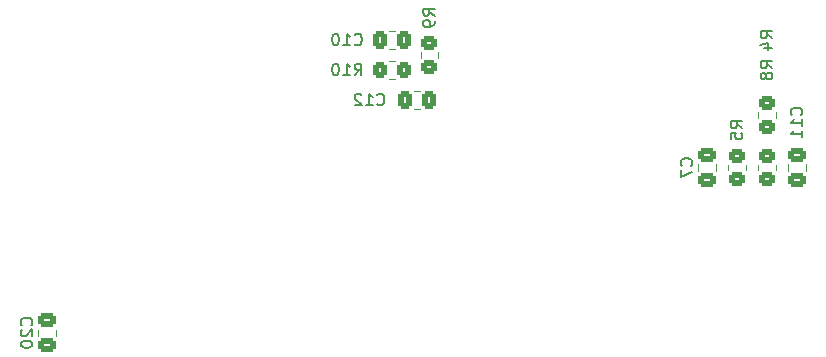
<source format=gbo>
G04 #@! TF.GenerationSoftware,KiCad,Pcbnew,(6.0.1)*
G04 #@! TF.CreationDate,2022-02-04T01:53:46-05:00*
G04 #@! TF.ProjectId,klxecu,6b6c7865-6375-42e6-9b69-6361645f7063,rev?*
G04 #@! TF.SameCoordinates,Original*
G04 #@! TF.FileFunction,Legend,Bot*
G04 #@! TF.FilePolarity,Positive*
%FSLAX46Y46*%
G04 Gerber Fmt 4.6, Leading zero omitted, Abs format (unit mm)*
G04 Created by KiCad (PCBNEW (6.0.1)) date 2022-02-04 01:53:46*
%MOMM*%
%LPD*%
G01*
G04 APERTURE LIST*
G04 Aperture macros list*
%AMRoundRect*
0 Rectangle with rounded corners*
0 $1 Rounding radius*
0 $2 $3 $4 $5 $6 $7 $8 $9 X,Y pos of 4 corners*
0 Add a 4 corners polygon primitive as box body*
4,1,4,$2,$3,$4,$5,$6,$7,$8,$9,$2,$3,0*
0 Add four circle primitives for the rounded corners*
1,1,$1+$1,$2,$3*
1,1,$1+$1,$4,$5*
1,1,$1+$1,$6,$7*
1,1,$1+$1,$8,$9*
0 Add four rect primitives between the rounded corners*
20,1,$1+$1,$2,$3,$4,$5,0*
20,1,$1+$1,$4,$5,$6,$7,0*
20,1,$1+$1,$6,$7,$8,$9,0*
20,1,$1+$1,$8,$9,$2,$3,0*%
G04 Aperture macros list end*
%ADD10C,0.150000*%
%ADD11C,0.120000*%
%ADD12C,4.400000*%
%ADD13C,8.600000*%
%ADD14C,1.700000*%
%ADD15C,3.800000*%
%ADD16O,1.600000X1.600000*%
%ADD17R,1.600000X1.600000*%
%ADD18C,1.524000*%
%ADD19C,1.800000*%
%ADD20RoundRect,0.250000X-0.350000X-0.450000X0.350000X-0.450000X0.350000X0.450000X-0.350000X0.450000X0*%
%ADD21RoundRect,0.250000X0.450000X-0.350000X0.450000X0.350000X-0.450000X0.350000X-0.450000X-0.350000X0*%
%ADD22RoundRect,0.250000X-0.450000X0.350000X-0.450000X-0.350000X0.450000X-0.350000X0.450000X0.350000X0*%
%ADD23O,2.000000X1.905000*%
%ADD24R,2.000000X1.905000*%
%ADD25O,1.700000X1.700000*%
%ADD26R,1.700000X1.700000*%
%ADD27O,2.200000X2.200000*%
%ADD28R,2.200000X2.200000*%
%ADD29C,1.600000*%
%ADD30RoundRect,0.250000X-0.475000X0.337500X-0.475000X-0.337500X0.475000X-0.337500X0.475000X0.337500X0*%
%ADD31RoundRect,0.250000X-0.337500X-0.475000X0.337500X-0.475000X0.337500X0.475000X-0.337500X0.475000X0*%
G04 APERTURE END LIST*
D10*
X72397857Y-81097380D02*
X72731190Y-80621190D01*
X72969285Y-81097380D02*
X72969285Y-80097380D01*
X72588333Y-80097380D01*
X72493095Y-80145000D01*
X72445476Y-80192619D01*
X72397857Y-80287857D01*
X72397857Y-80430714D01*
X72445476Y-80525952D01*
X72493095Y-80573571D01*
X72588333Y-80621190D01*
X72969285Y-80621190D01*
X71445476Y-81097380D02*
X72016904Y-81097380D01*
X71731190Y-81097380D02*
X71731190Y-80097380D01*
X71826428Y-80240238D01*
X71921666Y-80335476D01*
X72016904Y-80383095D01*
X70826428Y-80097380D02*
X70731190Y-80097380D01*
X70635952Y-80145000D01*
X70588333Y-80192619D01*
X70540714Y-80287857D01*
X70493095Y-80478333D01*
X70493095Y-80716428D01*
X70540714Y-80906904D01*
X70588333Y-81002142D01*
X70635952Y-81049761D01*
X70731190Y-81097380D01*
X70826428Y-81097380D01*
X70921666Y-81049761D01*
X70969285Y-81002142D01*
X71016904Y-80906904D01*
X71064523Y-80716428D01*
X71064523Y-80478333D01*
X71016904Y-80287857D01*
X70969285Y-80192619D01*
X70921666Y-80145000D01*
X70826428Y-80097380D01*
X79192380Y-76033333D02*
X78716190Y-75700000D01*
X79192380Y-75461904D02*
X78192380Y-75461904D01*
X78192380Y-75842857D01*
X78240000Y-75938095D01*
X78287619Y-75985714D01*
X78382857Y-76033333D01*
X78525714Y-76033333D01*
X78620952Y-75985714D01*
X78668571Y-75938095D01*
X78716190Y-75842857D01*
X78716190Y-75461904D01*
X79192380Y-76509523D02*
X79192380Y-76700000D01*
X79144761Y-76795238D01*
X79097142Y-76842857D01*
X78954285Y-76938095D01*
X78763809Y-76985714D01*
X78382857Y-76985714D01*
X78287619Y-76938095D01*
X78240000Y-76890476D01*
X78192380Y-76795238D01*
X78192380Y-76604761D01*
X78240000Y-76509523D01*
X78287619Y-76461904D01*
X78382857Y-76414285D01*
X78620952Y-76414285D01*
X78716190Y-76461904D01*
X78763809Y-76509523D01*
X78811428Y-76604761D01*
X78811428Y-76795238D01*
X78763809Y-76890476D01*
X78716190Y-76938095D01*
X78620952Y-76985714D01*
X107767380Y-80478333D02*
X107291190Y-80145000D01*
X107767380Y-79906904D02*
X106767380Y-79906904D01*
X106767380Y-80287857D01*
X106815000Y-80383095D01*
X106862619Y-80430714D01*
X106957857Y-80478333D01*
X107100714Y-80478333D01*
X107195952Y-80430714D01*
X107243571Y-80383095D01*
X107291190Y-80287857D01*
X107291190Y-79906904D01*
X107195952Y-81049761D02*
X107148333Y-80954523D01*
X107100714Y-80906904D01*
X107005476Y-80859285D01*
X106957857Y-80859285D01*
X106862619Y-80906904D01*
X106815000Y-80954523D01*
X106767380Y-81049761D01*
X106767380Y-81240238D01*
X106815000Y-81335476D01*
X106862619Y-81383095D01*
X106957857Y-81430714D01*
X107005476Y-81430714D01*
X107100714Y-81383095D01*
X107148333Y-81335476D01*
X107195952Y-81240238D01*
X107195952Y-81049761D01*
X107243571Y-80954523D01*
X107291190Y-80906904D01*
X107386428Y-80859285D01*
X107576904Y-80859285D01*
X107672142Y-80906904D01*
X107719761Y-80954523D01*
X107767380Y-81049761D01*
X107767380Y-81240238D01*
X107719761Y-81335476D01*
X107672142Y-81383095D01*
X107576904Y-81430714D01*
X107386428Y-81430714D01*
X107291190Y-81383095D01*
X107243571Y-81335476D01*
X107195952Y-81240238D01*
X105227380Y-85558333D02*
X104751190Y-85225000D01*
X105227380Y-84986904D02*
X104227380Y-84986904D01*
X104227380Y-85367857D01*
X104275000Y-85463095D01*
X104322619Y-85510714D01*
X104417857Y-85558333D01*
X104560714Y-85558333D01*
X104655952Y-85510714D01*
X104703571Y-85463095D01*
X104751190Y-85367857D01*
X104751190Y-84986904D01*
X104227380Y-86463095D02*
X104227380Y-85986904D01*
X104703571Y-85939285D01*
X104655952Y-85986904D01*
X104608333Y-86082142D01*
X104608333Y-86320238D01*
X104655952Y-86415476D01*
X104703571Y-86463095D01*
X104798809Y-86510714D01*
X105036904Y-86510714D01*
X105132142Y-86463095D01*
X105179761Y-86415476D01*
X105227380Y-86320238D01*
X105227380Y-86082142D01*
X105179761Y-85986904D01*
X105132142Y-85939285D01*
X107767380Y-77938333D02*
X107291190Y-77605000D01*
X107767380Y-77366904D02*
X106767380Y-77366904D01*
X106767380Y-77747857D01*
X106815000Y-77843095D01*
X106862619Y-77890714D01*
X106957857Y-77938333D01*
X107100714Y-77938333D01*
X107195952Y-77890714D01*
X107243571Y-77843095D01*
X107291190Y-77747857D01*
X107291190Y-77366904D01*
X107100714Y-78795476D02*
X107767380Y-78795476D01*
X106719761Y-78557380D02*
X107434047Y-78319285D01*
X107434047Y-78938333D01*
X45022142Y-102237142D02*
X45069761Y-102189523D01*
X45117380Y-102046666D01*
X45117380Y-101951428D01*
X45069761Y-101808571D01*
X44974523Y-101713333D01*
X44879285Y-101665714D01*
X44688809Y-101618095D01*
X44545952Y-101618095D01*
X44355476Y-101665714D01*
X44260238Y-101713333D01*
X44165000Y-101808571D01*
X44117380Y-101951428D01*
X44117380Y-102046666D01*
X44165000Y-102189523D01*
X44212619Y-102237142D01*
X44212619Y-102618095D02*
X44165000Y-102665714D01*
X44117380Y-102760952D01*
X44117380Y-102999047D01*
X44165000Y-103094285D01*
X44212619Y-103141904D01*
X44307857Y-103189523D01*
X44403095Y-103189523D01*
X44545952Y-103141904D01*
X45117380Y-102570476D01*
X45117380Y-103189523D01*
X44117380Y-103808571D02*
X44117380Y-103903809D01*
X44165000Y-103999047D01*
X44212619Y-104046666D01*
X44307857Y-104094285D01*
X44498333Y-104141904D01*
X44736428Y-104141904D01*
X44926904Y-104094285D01*
X45022142Y-104046666D01*
X45069761Y-103999047D01*
X45117380Y-103903809D01*
X45117380Y-103808571D01*
X45069761Y-103713333D01*
X45022142Y-103665714D01*
X44926904Y-103618095D01*
X44736428Y-103570476D01*
X44498333Y-103570476D01*
X44307857Y-103618095D01*
X44212619Y-103665714D01*
X44165000Y-103713333D01*
X44117380Y-103808571D01*
X74302857Y-83542142D02*
X74350476Y-83589761D01*
X74493333Y-83637380D01*
X74588571Y-83637380D01*
X74731428Y-83589761D01*
X74826666Y-83494523D01*
X74874285Y-83399285D01*
X74921904Y-83208809D01*
X74921904Y-83065952D01*
X74874285Y-82875476D01*
X74826666Y-82780238D01*
X74731428Y-82685000D01*
X74588571Y-82637380D01*
X74493333Y-82637380D01*
X74350476Y-82685000D01*
X74302857Y-82732619D01*
X73350476Y-83637380D02*
X73921904Y-83637380D01*
X73636190Y-83637380D02*
X73636190Y-82637380D01*
X73731428Y-82780238D01*
X73826666Y-82875476D01*
X73921904Y-82923095D01*
X72969523Y-82732619D02*
X72921904Y-82685000D01*
X72826666Y-82637380D01*
X72588571Y-82637380D01*
X72493333Y-82685000D01*
X72445714Y-82732619D01*
X72398095Y-82827857D01*
X72398095Y-82923095D01*
X72445714Y-83065952D01*
X73017142Y-83637380D01*
X72398095Y-83637380D01*
X110212142Y-84447142D02*
X110259761Y-84399523D01*
X110307380Y-84256666D01*
X110307380Y-84161428D01*
X110259761Y-84018571D01*
X110164523Y-83923333D01*
X110069285Y-83875714D01*
X109878809Y-83828095D01*
X109735952Y-83828095D01*
X109545476Y-83875714D01*
X109450238Y-83923333D01*
X109355000Y-84018571D01*
X109307380Y-84161428D01*
X109307380Y-84256666D01*
X109355000Y-84399523D01*
X109402619Y-84447142D01*
X110307380Y-85399523D02*
X110307380Y-84828095D01*
X110307380Y-85113809D02*
X109307380Y-85113809D01*
X109450238Y-85018571D01*
X109545476Y-84923333D01*
X109593095Y-84828095D01*
X110307380Y-86351904D02*
X110307380Y-85780476D01*
X110307380Y-86066190D02*
X109307380Y-86066190D01*
X109450238Y-85970952D01*
X109545476Y-85875714D01*
X109593095Y-85780476D01*
X72397857Y-78462142D02*
X72445476Y-78509761D01*
X72588333Y-78557380D01*
X72683571Y-78557380D01*
X72826428Y-78509761D01*
X72921666Y-78414523D01*
X72969285Y-78319285D01*
X73016904Y-78128809D01*
X73016904Y-77985952D01*
X72969285Y-77795476D01*
X72921666Y-77700238D01*
X72826428Y-77605000D01*
X72683571Y-77557380D01*
X72588333Y-77557380D01*
X72445476Y-77605000D01*
X72397857Y-77652619D01*
X71445476Y-78557380D02*
X72016904Y-78557380D01*
X71731190Y-78557380D02*
X71731190Y-77557380D01*
X71826428Y-77700238D01*
X71921666Y-77795476D01*
X72016904Y-77843095D01*
X70826428Y-77557380D02*
X70731190Y-77557380D01*
X70635952Y-77605000D01*
X70588333Y-77652619D01*
X70540714Y-77747857D01*
X70493095Y-77938333D01*
X70493095Y-78176428D01*
X70540714Y-78366904D01*
X70588333Y-78462142D01*
X70635952Y-78509761D01*
X70731190Y-78557380D01*
X70826428Y-78557380D01*
X70921666Y-78509761D01*
X70969285Y-78462142D01*
X71016904Y-78366904D01*
X71064523Y-78176428D01*
X71064523Y-77938333D01*
X71016904Y-77747857D01*
X70969285Y-77652619D01*
X70921666Y-77605000D01*
X70826428Y-77557380D01*
X100912142Y-88733333D02*
X100959761Y-88685714D01*
X101007380Y-88542857D01*
X101007380Y-88447619D01*
X100959761Y-88304761D01*
X100864523Y-88209523D01*
X100769285Y-88161904D01*
X100578809Y-88114285D01*
X100435952Y-88114285D01*
X100245476Y-88161904D01*
X100150238Y-88209523D01*
X100055000Y-88304761D01*
X100007380Y-88447619D01*
X100007380Y-88542857D01*
X100055000Y-88685714D01*
X100102619Y-88733333D01*
X100007380Y-89066666D02*
X100007380Y-89733333D01*
X101007380Y-89304761D01*
D11*
X75337936Y-79910000D02*
X75792064Y-79910000D01*
X75337936Y-81380000D02*
X75792064Y-81380000D01*
X78005000Y-79602064D02*
X78005000Y-79147936D01*
X79475000Y-79602064D02*
X79475000Y-79147936D01*
X108050000Y-88672936D02*
X108050000Y-89127064D01*
X106580000Y-88672936D02*
X106580000Y-89127064D01*
X104040000Y-89127064D02*
X104040000Y-88672936D01*
X105510000Y-89127064D02*
X105510000Y-88672936D01*
X106580000Y-84682064D02*
X106580000Y-84227936D01*
X108050000Y-84682064D02*
X108050000Y-84227936D01*
X47080000Y-102618748D02*
X47080000Y-103141252D01*
X45610000Y-102618748D02*
X45610000Y-103141252D01*
X77441248Y-82450000D02*
X77963752Y-82450000D01*
X77441248Y-83920000D02*
X77963752Y-83920000D01*
X109120000Y-88638748D02*
X109120000Y-89161252D01*
X110590000Y-88638748D02*
X110590000Y-89161252D01*
X75303748Y-77370000D02*
X75826252Y-77370000D01*
X75303748Y-78840000D02*
X75826252Y-78840000D01*
X101500000Y-88638748D02*
X101500000Y-89161252D01*
X102970000Y-88638748D02*
X102970000Y-89161252D01*
%LPC*%
D12*
X29845000Y-111125000D03*
X29845000Y-43815000D03*
D13*
X121920000Y-109220000D03*
X121920000Y-45720000D03*
D14*
X30020000Y-98200000D03*
X30020000Y-95400000D03*
X30020000Y-92600000D03*
X30020000Y-90400000D03*
X30020000Y-88200000D03*
X30020000Y-86000000D03*
X30020000Y-83800000D03*
X30020000Y-81600000D03*
X30020000Y-79400000D03*
X30020000Y-77200000D03*
X30020000Y-75000000D03*
X30020000Y-72800000D03*
X30020000Y-70600000D03*
X30020000Y-68400000D03*
X30020000Y-66200000D03*
X30020000Y-64000000D03*
X30020000Y-61800000D03*
X30020000Y-59600000D03*
X33020000Y-98200000D03*
X33020000Y-95400000D03*
X33020000Y-92600000D03*
X33020000Y-90400000D03*
X33020000Y-88200000D03*
X33020000Y-86000000D03*
X33020000Y-83800000D03*
X33020000Y-81600000D03*
X33020000Y-79400000D03*
X33020000Y-77200000D03*
X33020000Y-75000000D03*
X33020000Y-72800000D03*
X33020000Y-70600000D03*
X33020000Y-68400000D03*
X33020000Y-66200000D03*
X33020000Y-64000000D03*
X33020000Y-61800000D03*
X33020000Y-59600000D03*
D15*
X29720000Y-104400000D03*
X29720000Y-53400000D03*
D16*
X41275000Y-99060000D03*
X43815000Y-99060000D03*
X46355000Y-99060000D03*
X48895000Y-99060000D03*
X48895000Y-106680000D03*
X46355000Y-106680000D03*
X43815000Y-106680000D03*
D17*
X41275000Y-106680000D03*
D18*
X117475000Y-60325000D03*
X117475000Y-62865000D03*
X120015000Y-60325000D03*
X120015000Y-62865000D03*
X112395000Y-95885000D03*
X112395000Y-93345000D03*
X109855000Y-95885000D03*
X109855000Y-93345000D03*
X107315000Y-95885000D03*
X107315000Y-93345000D03*
X104775000Y-95885000D03*
X104775000Y-93345000D03*
X102235000Y-95885000D03*
X102235000Y-93345000D03*
X99695000Y-95885000D03*
X99695000Y-93345000D03*
X97155000Y-95885000D03*
X97155000Y-93345000D03*
X94615000Y-95885000D03*
X94615000Y-93345000D03*
X114935000Y-62865000D03*
X109855000Y-62865000D03*
X109855000Y-60325000D03*
X107315000Y-62865000D03*
X107315000Y-60325000D03*
X104775000Y-62865000D03*
X104775000Y-60325000D03*
X102235000Y-62865000D03*
X102235000Y-60325000D03*
X99695000Y-62865000D03*
X99695000Y-60325000D03*
X97155000Y-62865000D03*
X97155000Y-60325000D03*
X94615000Y-62865000D03*
X94615000Y-60325000D03*
X92075000Y-62865000D03*
X92075000Y-60325000D03*
X89535000Y-62865000D03*
X89535000Y-60325000D03*
X86995000Y-62865000D03*
X86995000Y-60325000D03*
X84455000Y-62865000D03*
X84455000Y-60325000D03*
X81915000Y-62865000D03*
X81915000Y-60325000D03*
X79375000Y-62865000D03*
X79375000Y-60325000D03*
X76835000Y-62865000D03*
X76835000Y-60325000D03*
X74295000Y-62865000D03*
X74295000Y-60325000D03*
X92075000Y-95885000D03*
X92075000Y-93345000D03*
X89535000Y-95885000D03*
X89535000Y-93345000D03*
X86995000Y-95885000D03*
X86995000Y-93345000D03*
X84455000Y-95885000D03*
X84455000Y-93345000D03*
X81915000Y-95885000D03*
X81915000Y-93345000D03*
X79375000Y-95885000D03*
X79375000Y-93345000D03*
X76835000Y-95885000D03*
X76835000Y-93345000D03*
X74295000Y-95885000D03*
X74295000Y-93345000D03*
X74295000Y-90805000D03*
X76835000Y-90805000D03*
X74295000Y-88265000D03*
X76835000Y-88265000D03*
X74295000Y-85725000D03*
X76835000Y-85725000D03*
X122555000Y-62865000D03*
X122555000Y-60325000D03*
X114935000Y-60325000D03*
X112395000Y-62865000D03*
X112395000Y-60325000D03*
X125095000Y-60325000D03*
X125095000Y-62865000D03*
D19*
X48200000Y-44815000D03*
X40700000Y-42815000D03*
D20*
X76565000Y-80645000D03*
X74565000Y-80645000D03*
D21*
X78740000Y-78375000D03*
X78740000Y-80375000D03*
D22*
X107315000Y-89900000D03*
X107315000Y-87900000D03*
D21*
X104775000Y-87900000D03*
X104775000Y-89900000D03*
X107315000Y-83455000D03*
X107315000Y-85455000D03*
D23*
X56515000Y-100330000D03*
X56515000Y-102870000D03*
D24*
X56515000Y-105410000D03*
D25*
X70485000Y-60945000D03*
X70485000Y-63485000D03*
D26*
X70485000Y-66025000D03*
X67945000Y-90170000D03*
D16*
X42825000Y-79839511D03*
X45365000Y-79839511D03*
X47905000Y-79839511D03*
X50445000Y-79839511D03*
X50445000Y-87459511D03*
X47905000Y-87459511D03*
X45365000Y-87459511D03*
D17*
X42825000Y-87459511D03*
D16*
X94625000Y-99685000D03*
X97165000Y-99685000D03*
X99705000Y-99685000D03*
X102245000Y-99685000D03*
X102245000Y-107305000D03*
X99705000Y-107305000D03*
X97165000Y-107305000D03*
D17*
X94625000Y-107305000D03*
D25*
X107950000Y-56515000D03*
X110490000Y-56515000D03*
X113030000Y-56515000D03*
X115570000Y-56515000D03*
X118110000Y-56515000D03*
D26*
X120650000Y-56515000D03*
D25*
X59055000Y-86569511D03*
D26*
X59055000Y-89109511D03*
D16*
X114925000Y-107325000D03*
X112385000Y-107325000D03*
X109845000Y-107325000D03*
X107305000Y-107325000D03*
X107305000Y-99705000D03*
X109845000Y-99705000D03*
X112385000Y-99705000D03*
D17*
X114925000Y-99705000D03*
D27*
X89535000Y-84455000D03*
D28*
X81915000Y-84455000D03*
D27*
X81915000Y-88265000D03*
D28*
X89535000Y-88265000D03*
D29*
X63475112Y-68580000D03*
D17*
X65975112Y-68580000D03*
D30*
X46345000Y-103917500D03*
X46345000Y-101842500D03*
D31*
X78740000Y-83185000D03*
X76665000Y-83185000D03*
D30*
X109855000Y-87862500D03*
X109855000Y-89937500D03*
D31*
X76602500Y-78105000D03*
X74527500Y-78105000D03*
D30*
X102235000Y-87862500D03*
X102235000Y-89937500D03*
D16*
X48260000Y-50790000D03*
X50800000Y-50790000D03*
X53340000Y-50790000D03*
X55880000Y-50790000D03*
X58420000Y-50790000D03*
X60960000Y-50790000D03*
X63500000Y-50790000D03*
X66040000Y-50790000D03*
X66040000Y-63490000D03*
X63500000Y-63490000D03*
X60960000Y-63490000D03*
X58420000Y-63490000D03*
X55880000Y-63490000D03*
X53340000Y-63490000D03*
X50800000Y-63490000D03*
D17*
X48260000Y-63490000D03*
M02*

</source>
